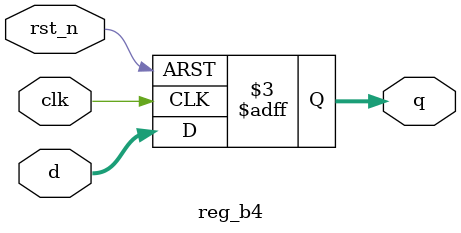
<source format=v>
module reg_b4 (
    clk, rst_n, d, q
);

input         clk;
input         rst_n;
input  [3:0] d;
output reg  [3:0] q;

always @ (negedge rst_n or posedge clk)
begin
    if (!rst_n)
        q <= 4'b0;
    else
        q <= d;
end

endmodule
</source>
